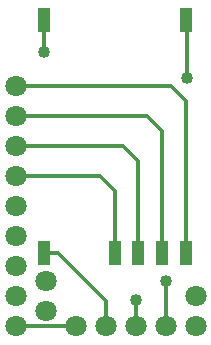
<source format=gbr>
G04 DipTrace 3.0.0.2*
G04 Top.gbr*
%MOIN*%
G04 #@! TF.FileFunction,Copper,L1,Top*
G04 #@! TF.Part,Single*
G04 #@! TA.AperFunction,Conductor*
%ADD13C,0.012992*%
%ADD15R,0.03937X0.07874*%
G04 #@! TA.AperFunction,ComponentPad*
%ADD16C,0.070866*%
G04 #@! TA.AperFunction,ViaPad*
%ADD17C,0.04*%
%FSLAX26Y26*%
G04*
G70*
G90*
G75*
G01*
G04 Top*
%LPD*%
X445197Y1245984D2*
D13*
X961654D1*
X1011638Y1196000D1*
Y690394D1*
X445197Y1145984D2*
X882913D1*
X932898Y1096000D1*
Y690394D1*
X445197Y1045984D2*
X804173D1*
X854157Y996000D1*
Y690394D1*
X445197Y945984D2*
X725433D1*
X775417Y896000D1*
Y690394D1*
X745197Y445984D2*
Y530000D1*
X584803Y690394D1*
X539197D1*
X538197Y1360984D2*
Y1465984D1*
X445197Y445984D2*
X645197D1*
X1015197Y1272984D2*
Y1465984D1*
X1011638D1*
X945197Y595984D2*
Y445984D1*
X845197Y534488D2*
Y445984D1*
D17*
X538197Y1360984D3*
X945197Y595984D3*
X845197Y534488D3*
X1015197Y1272984D3*
D15*
X539197Y1465984D3*
X1011638D3*
X539197Y690394D3*
X775417D3*
X854157D3*
X932898D3*
X1011638D3*
D16*
X445197Y445984D3*
X1045197D3*
X445197Y545984D3*
Y645984D3*
Y745984D3*
Y845984D3*
Y945984D3*
Y1045984D3*
Y1145984D3*
Y1245984D3*
X1045197Y545984D3*
X545197Y495984D3*
Y595984D3*
X645197Y445984D3*
X745197D3*
X845197D3*
X945197D3*
M02*

</source>
